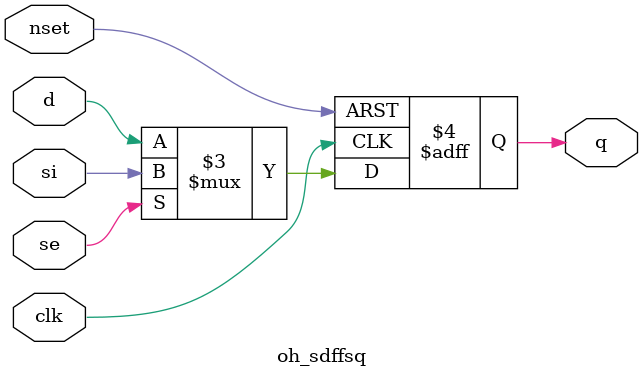
<source format=v>

module oh_sdffsq #(parameter DW = 1) // array width
   (
    input [DW-1:0] 	d,
    input [DW-1:0] 	si,
    input [DW-1:0] 	se,
    input [DW-1:0] 	clk,
    input [DW-1:0] 	nset,
    output reg [DW-1:0] q
    );
   
   always @ (posedge clk or negedge nset)
     if(!nset)
       q <= {DW{1'b1}};
     else
       q <= se ? si : d;
      
endmodule

</source>
